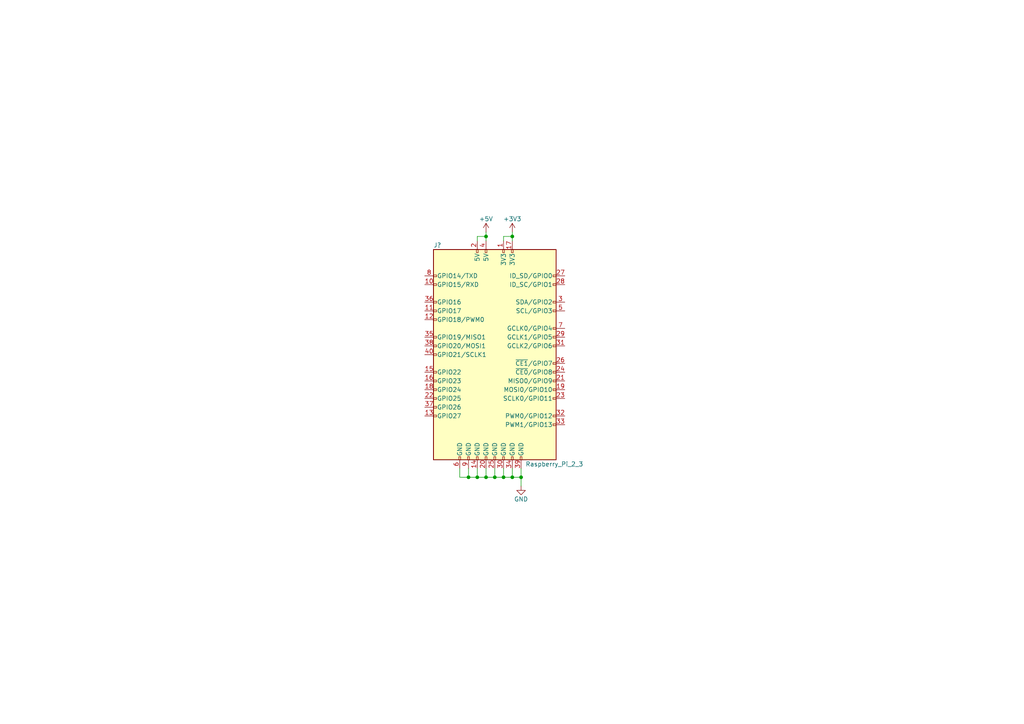
<source format=kicad_sch>
(kicad_sch (version 20211123) (generator eeschema)
  (paper "A4")
  (lib_symbols
    (symbol "Connector:Raspberry_Pi_2_3" (pin_names (offset 1.016))
      (property "Reference" "J" (at -17.78 31.75 0))
      (property "Value" "Raspberry_Pi_2_3" (at 10.16 -31.75 0))
      (symbol "Raspberry_Pi_2_3_0_1"
        (rectangle (start -17.78 30.48) (end 17.78 -30.48) (stroke (width 0.254)) (fill (type background)))
      )
      (symbol "Raspberry_Pi_2_3_1_1"
        (rectangle (start -16.891 -17.526) (end -17.78 -18.034))
        (rectangle (start -16.891 -14.986) (end -17.78 -15.494))
        (rectangle (start -16.891 -12.446) (end -17.78 -12.954))
        (rectangle (start -16.891 -9.906) (end -17.78 -10.414))
        (rectangle (start -16.891 -7.366) (end -17.78 -7.874))
        (rectangle (start -16.891 -4.826) (end -17.78 -5.334))
        (rectangle (start -16.891 0.254) (end -17.78 -0.254))
        (rectangle (start -16.891 2.794) (end -17.78 2.286))
        (rectangle (start -16.891 5.334) (end -17.78 4.826))
        (rectangle (start -16.891 10.414) (end -17.78 9.906))
        (rectangle (start -16.891 12.954) (end -17.78 12.446))
        (rectangle (start -16.891 15.494) (end -17.78 14.986))
        (rectangle (start -16.891 20.574) (end -17.78 20.066))
        (rectangle (start -16.891 23.114) (end -17.78 22.606))
        (rectangle (start -10.414 -29.591) (end -9.906 -30.48))
        (rectangle (start -7.874 -29.591) (end -7.366 -30.48))
        (rectangle (start -5.334 -29.591) (end -4.826 -30.48))
        (rectangle (start -5.334 30.48) (end -4.826 29.591))
        (rectangle (start -2.794 -29.591) (end -2.286 -30.48))
        (rectangle (start -2.794 30.48) (end -2.286 29.591))
        (rectangle (start -0.254 -29.591) (end 0.254 -30.48))
        (rectangle (start 2.286 -29.591) (end 2.794 -30.48))
        (rectangle (start 2.286 30.48) (end 2.794 29.591))
        (rectangle (start 4.826 -29.591) (end 5.334 -30.48))
        (rectangle (start 4.826 30.48) (end 5.334 29.591))
        (rectangle (start 7.366 -29.591) (end 7.874 -30.48))
        (rectangle (start 17.78 -20.066) (end 16.891 -20.574))
        (rectangle (start 17.78 -17.526) (end 16.891 -18.034))
        (rectangle (start 17.78 -12.446) (end 16.891 -12.954))
        (rectangle (start 17.78 -9.906) (end 16.891 -10.414))
        (rectangle (start 17.78 -7.366) (end 16.891 -7.874))
        (rectangle (start 17.78 -4.826) (end 16.891 -5.334))
        (rectangle (start 17.78 -2.286) (end 16.891 -2.794))
        (rectangle (start 17.78 2.794) (end 16.891 2.286))
        (rectangle (start 17.78 5.334) (end 16.891 4.826))
        (rectangle (start 17.78 7.874) (end 16.891 7.366))
        (rectangle (start 17.78 12.954) (end 16.891 12.446))
        (rectangle (start 17.78 15.494) (end 16.891 14.986))
        (rectangle (start 17.78 20.574) (end 16.891 20.066))
        (rectangle (start 17.78 23.114) (end 16.891 22.606))
        (pin power_in line (at 2.54 33.02 270) (length 2.54) (name "3V3") (number "1"))
        (pin bidirectional line (at -20.32 20.32 0) (length 2.54) (name "GPIO15/RXD") (number "10"))
        (pin bidirectional line (at -20.32 12.7 0) (length 2.54) (name "GPIO17") (number "11"))
        (pin bidirectional line (at -20.32 10.16 0) (length 2.54) (name "GPIO18/PWM0") (number "12"))
        (pin bidirectional line (at -20.32 -17.78 0) (length 2.54) (name "GPIO27") (number "13"))
        (pin power_in line (at -5.08 -33.02 90) (length 2.54) (name "GND") (number "14"))
        (pin bidirectional line (at -20.32 -5.08 0) (length 2.54) (name "GPIO22") (number "15"))
        (pin bidirectional line (at -20.32 -7.62 0) (length 2.54) (name "GPIO23") (number "16"))
        (pin power_in line (at 5.08 33.02 270) (length 2.54) (name "3V3") (number "17"))
        (pin bidirectional line (at -20.32 -10.16 0) (length 2.54) (name "GPIO24") (number "18"))
        (pin bidirectional line (at 20.32 -10.16 180) (length 2.54) (name "MOSI0/GPIO10") (number "19"))
        (pin power_in line (at -5.08 33.02 270) (length 2.54) (name "5V") (number "2"))
        (pin power_in line (at -2.54 -33.02 90) (length 2.54) (name "GND") (number "20"))
        (pin bidirectional line (at 20.32 -7.62 180) (length 2.54) (name "MISO0/GPIO9") (number "21"))
        (pin bidirectional line (at -20.32 -12.7 0) (length 2.54) (name "GPIO25") (number "22"))
        (pin bidirectional line (at 20.32 -12.7 180) (length 2.54) (name "SCLK0/GPIO11") (number "23"))
        (pin bidirectional line (at 20.32 -5.08 180) (length 2.54) (name "~{CE0}/GPIO8") (number "24"))
        (pin power_in line (at 0 -33.02 90) (length 2.54) (name "GND") (number "25"))
        (pin bidirectional line (at 20.32 -2.54 180) (length 2.54) (name "~{CE1}/GPIO7") (number "26"))
        (pin bidirectional line (at 20.32 22.86 180) (length 2.54) (name "ID_SD/GPIO0") (number "27"))
        (pin bidirectional line (at 20.32 20.32 180) (length 2.54) (name "ID_SC/GPIO1") (number "28"))
        (pin bidirectional line (at 20.32 5.08 180) (length 2.54) (name "GCLK1/GPIO5") (number "29"))
        (pin bidirectional line (at 20.32 15.24 180) (length 2.54) (name "SDA/GPIO2") (number "3"))
        (pin power_in line (at 2.54 -33.02 90) (length 2.54) (name "GND") (number "30"))
        (pin bidirectional line (at 20.32 2.54 180) (length 2.54) (name "GCLK2/GPIO6") (number "31"))
        (pin bidirectional line (at 20.32 -17.78 180) (length 2.54) (name "PWM0/GPIO12") (number "32"))
        (pin bidirectional line (at 20.32 -20.32 180) (length 2.54) (name "PWM1/GPIO13") (number "33"))
        (pin power_in line (at 5.08 -33.02 90) (length 2.54) (name "GND") (number "34"))
        (pin bidirectional line (at -20.32 5.08 0) (length 2.54) (name "GPIO19/MISO1") (number "35"))
        (pin bidirectional line (at -20.32 15.24 0) (length 2.54) (name "GPIO16") (number "36"))
        (pin bidirectional line (at -20.32 -15.24 0) (length 2.54) (name "GPIO26") (number "37"))
        (pin bidirectional line (at -20.32 2.54 0) (length 2.54) (name "GPIO20/MOSI1") (number "38"))
        (pin power_in line (at 7.62 -33.02 90) (length 2.54) (name "GND") (number "39"))
        (pin power_in line (at -2.54 33.02 270) (length 2.54) (name "5V") (number "4"))
        (pin bidirectional line (at -20.32 0 0) (length 2.54) (name "GPIO21/SCLK1") (number "40"))
        (pin bidirectional line (at 20.32 12.7 180) (length 2.54) (name "SCL/GPIO3") (number "5"))
        (pin power_in line (at -10.16 -33.02 90) (length 2.54) (name "GND") (number "6"))
        (pin bidirectional line (at 20.32 7.62 180) (length 2.54) (name "GCLK0/GPIO4") (number "7"))
        (pin bidirectional line (at -20.32 22.86 0) (length 2.54) (name "GPIO14/TXD") (number "8"))
        (pin power_in line (at -7.62 -33.02 90) (length 2.54) (name "GND") (number "9"))
      )
    )
    (symbol "power:+3.3V" (power) (pin_names (offset 0))
      (property "Value" "+3.3V" (at 0 3.556 0))
      (symbol "+3.3V_0_1"
        (polyline (pts (xy -0.762 1.27) (xy 0 2.54)))
        (polyline (pts (xy 0 0) (xy 0 2.54)))
        (polyline (pts (xy 0 2.54) (xy 0.762 1.27)))
      )
      (symbol "+3.3V_1_1"
        (pin power_in line (at 0 0 90) (length 0) hide (name "+3V3") (number "1"))
      )
    )
    (symbol "power:+5V" (power) (pin_names (offset 0))
      (property "Value" "+5V" (at 0 3.556 0))
      (symbol "+5V_0_1"
        (polyline (pts (xy -0.762 1.27) (xy 0 2.54)))
        (polyline (pts (xy 0 0) (xy 0 2.54)))
        (polyline (pts (xy 0 2.54) (xy 0.762 1.27)))
      )
      (symbol "+5V_1_1"
        (pin power_in line (at 0 0 90) (length 0) hide (name "+5V") (number "1"))
      )
    )
    (symbol "power:GND" (power) (pin_names (offset 0))
      (property "Value" "GND" (at 0 -3.81 0))
      (symbol "GND_0_1"
        (polyline (pts (xy 0 0) (xy 0 -1.27) (xy 1.27 -1.27) (xy 0 -2.54) (xy -1.27 -1.27) (xy 0 -1.27)))
      )
      (symbol "GND_1_1"
        (pin power_in line (at 0 0 270) (length 0) hide (name "GND") (number "1"))
      )
    )
  )
  (junction (at 143.51 138.43))
  (junction (at 151.13 138.43))
  (junction (at 135.89 138.43))
  (junction (at 138.43 138.43))
  (junction (at 146.05 138.43))
  (junction (at 148.59 68.58))
  (junction (at 148.59 138.43))
  (junction (at 140.97 68.58))
  (junction (at 140.97 138.43))
  (wire (pts (xy 140.97 138.43) (xy 143.51 138.43)))
  (wire (pts (xy 140.97 135.89) (xy 140.97 138.43)))
  (wire (pts (xy 148.59 68.58) (xy 148.59 69.85)))
  (wire (pts (xy 138.43 135.89) (xy 138.43 138.43)))
  (wire (pts (xy 151.13 138.43) (xy 151.13 140.97)))
  (wire (pts (xy 146.05 68.58) (xy 148.59 68.58)))
  (wire (pts (xy 148.59 67.31) (xy 148.59 68.58)))
  (wire (pts (xy 143.51 138.43) (xy 146.05 138.43)))
  (wire (pts (xy 151.13 135.89) (xy 151.13 138.43)))
  (wire (pts (xy 143.51 135.89) (xy 143.51 138.43)))
  (wire (pts (xy 140.97 67.31) (xy 140.97 68.58)))
  (wire (pts (xy 135.89 135.89) (xy 135.89 138.43)))
  (wire (pts (xy 135.89 138.43) (xy 138.43 138.43)))
  (wire (pts (xy 138.43 138.43) (xy 140.97 138.43)))
  (wire (pts (xy 138.43 68.58) (xy 140.97 68.58)))
  (wire (pts (xy 146.05 135.89) (xy 146.05 138.43)))
  (wire (pts (xy 138.43 69.85) (xy 138.43 68.58)))
  (wire (pts (xy 140.97 68.58) (xy 140.97 69.85)))
  (wire (pts (xy 146.05 138.43) (xy 148.59 138.43)))
  (wire (pts (xy 148.59 138.43) (xy 151.13 138.43)))
  (wire (pts (xy 146.05 69.85) (xy 146.05 68.58)))
  (wire (pts (xy 133.35 135.89) (xy 133.35 138.43)))
  (wire (pts (xy 148.59 135.89) (xy 148.59 138.43)))
  (wire (pts (xy 133.35 138.43) (xy 135.89 138.43)))
  (symbol (lib_id "Connector:Raspberry_Pi_2_3") (at 143.51 102.87 0) (unit 1)
    (property "Reference" "J?" (at 125.73 71.12 0) (effects (justify left)))
    (property "Value" "Raspberry_Pi_2_3" (at 152.4 134.62 0) (effects (justify left)))
    (property "Datasheet" "https://www.raspberrypi.org/documentation/hardware/raspberrypi/schematics/rpi_SCH_3bplus_1p0_reduced.pdf" (effects hide))
  )
  (symbol (lib_id "power:GND") (at 151.13 140.97 0) (unit 1)
    (property "Reference" "#PWR?" (effects hide))
    (property "Value" "GND" (at 151.13 144.78 0))
  )
  (symbol (lib_id "power:+3.3V") (at 148.59 67.31 0) (unit 1)
    (property "Reference" "#PWR?" (effects hide))
    (property "Value" "+3.3V" (at 148.59 63.5 0))
  )
  (symbol (lib_id "power:+5V") (at 140.97 67.31 0) (unit 1)
    (property "Reference" "#PWR?" (effects hide))
    (property "Value" "+5V" (at 140.97 63.5 0))
  )
)
</source>
